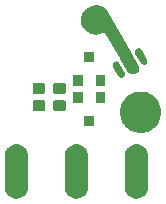
<source format=gbr>
G04 #@! TF.GenerationSoftware,KiCad,Pcbnew,5.0.1-33cea8e~68~ubuntu18.04.1*
G04 #@! TF.CreationDate,2018-11-19T14:12:30+01:00*
G04 #@! TF.ProjectId,Lulu_star_213,4C756C755F737461725F3231332E6B69,2.1.2*
G04 #@! TF.SameCoordinates,Original*
G04 #@! TF.FileFunction,Soldermask,Top*
G04 #@! TF.FilePolarity,Negative*
%FSLAX46Y46*%
G04 Gerber Fmt 4.6, Leading zero omitted, Abs format (unit mm)*
G04 Created by KiCad (PCBNEW 5.0.1-33cea8e~68~ubuntu18.04.1) date Mon 19 Nov 2018 02:12:30 PM CET*
%MOMM*%
%LPD*%
G01*
G04 APERTURE LIST*
%ADD10C,0.100000*%
G04 APERTURE END LIST*
D10*
G36*
X64968630Y-41898672D02*
X65084549Y-41921729D01*
X65175542Y-41959419D01*
X65175546Y-41959421D01*
X65266538Y-41997111D01*
X65348429Y-42051829D01*
X65348431Y-42051830D01*
X65348433Y-42051832D01*
X65430323Y-42106549D01*
X65499962Y-42176188D01*
X65499968Y-42176193D01*
X65499973Y-42176199D01*
X65569611Y-42245837D01*
X65624327Y-42327726D01*
X65624331Y-42327730D01*
X65624334Y-42327735D01*
X65679049Y-42409622D01*
X65716737Y-42500610D01*
X65716741Y-42500617D01*
X65716744Y-42500627D01*
X65754431Y-42591611D01*
X65773644Y-42688203D01*
X65773647Y-42688213D01*
X65773647Y-42688215D01*
X65792860Y-42784807D01*
X65792860Y-42883290D01*
X65792861Y-42883300D01*
X65792861Y-45483290D01*
X65792860Y-45483310D01*
X65792860Y-45581793D01*
X65773647Y-45678385D01*
X65773646Y-45678390D01*
X65754431Y-45774989D01*
X65716743Y-45865976D01*
X65716741Y-45865983D01*
X65716738Y-45865989D01*
X65679049Y-45956978D01*
X65624334Y-46038865D01*
X65624331Y-46038870D01*
X65624327Y-46038874D01*
X65569611Y-46120763D01*
X65499973Y-46190401D01*
X65499968Y-46190407D01*
X65499962Y-46190412D01*
X65430323Y-46260051D01*
X65266538Y-46369489D01*
X65084549Y-46444871D01*
X64968630Y-46467928D01*
X64891353Y-46483300D01*
X64694367Y-46483300D01*
X64617090Y-46467928D01*
X64501171Y-46444871D01*
X64319182Y-46369489D01*
X64155397Y-46260051D01*
X64085758Y-46190412D01*
X64085752Y-46190407D01*
X64085747Y-46190401D01*
X64016109Y-46120763D01*
X63961393Y-46038874D01*
X63961389Y-46038870D01*
X63961386Y-46038865D01*
X63906671Y-45956978D01*
X63868982Y-45865989D01*
X63868979Y-45865983D01*
X63868977Y-45865976D01*
X63831289Y-45774989D01*
X63812074Y-45678390D01*
X63812073Y-45678385D01*
X63792860Y-45581793D01*
X63792860Y-45483310D01*
X63792859Y-45483290D01*
X63792859Y-42883300D01*
X63792860Y-42883290D01*
X63792860Y-42784807D01*
X63812073Y-42688215D01*
X63812073Y-42688213D01*
X63812076Y-42688203D01*
X63831289Y-42591611D01*
X63868976Y-42500627D01*
X63868979Y-42500617D01*
X63868983Y-42500610D01*
X63906671Y-42409622D01*
X63961386Y-42327735D01*
X63961389Y-42327730D01*
X63961393Y-42327726D01*
X64016109Y-42245837D01*
X64085747Y-42176199D01*
X64085752Y-42176193D01*
X64085758Y-42176188D01*
X64155397Y-42106549D01*
X64237287Y-42051832D01*
X64237289Y-42051830D01*
X64237291Y-42051829D01*
X64319182Y-41997111D01*
X64410174Y-41959421D01*
X64410178Y-41959419D01*
X64501171Y-41921729D01*
X64617090Y-41898672D01*
X64694367Y-41883300D01*
X64891353Y-41883300D01*
X64968630Y-41898672D01*
X64968630Y-41898672D01*
G37*
G36*
X75128630Y-41898672D02*
X75244549Y-41921729D01*
X75335542Y-41959419D01*
X75335546Y-41959421D01*
X75426538Y-41997111D01*
X75508429Y-42051829D01*
X75508431Y-42051830D01*
X75508433Y-42051832D01*
X75590323Y-42106549D01*
X75659962Y-42176188D01*
X75659968Y-42176193D01*
X75659973Y-42176199D01*
X75729611Y-42245837D01*
X75784327Y-42327726D01*
X75784331Y-42327730D01*
X75784334Y-42327735D01*
X75839049Y-42409622D01*
X75876737Y-42500610D01*
X75876741Y-42500617D01*
X75876744Y-42500627D01*
X75914431Y-42591611D01*
X75933644Y-42688203D01*
X75933647Y-42688213D01*
X75933647Y-42688215D01*
X75952860Y-42784807D01*
X75952860Y-42883290D01*
X75952861Y-42883300D01*
X75952861Y-45483290D01*
X75952860Y-45483310D01*
X75952860Y-45581793D01*
X75933647Y-45678385D01*
X75933646Y-45678390D01*
X75914431Y-45774989D01*
X75876743Y-45865976D01*
X75876741Y-45865983D01*
X75876738Y-45865989D01*
X75839049Y-45956978D01*
X75784334Y-46038865D01*
X75784331Y-46038870D01*
X75784327Y-46038874D01*
X75729611Y-46120763D01*
X75659973Y-46190401D01*
X75659968Y-46190407D01*
X75659962Y-46190412D01*
X75590323Y-46260051D01*
X75426538Y-46369489D01*
X75244549Y-46444871D01*
X75128630Y-46467928D01*
X75051353Y-46483300D01*
X74854367Y-46483300D01*
X74777090Y-46467928D01*
X74661171Y-46444871D01*
X74479182Y-46369489D01*
X74315397Y-46260051D01*
X74245758Y-46190412D01*
X74245752Y-46190407D01*
X74245747Y-46190401D01*
X74176109Y-46120763D01*
X74121393Y-46038874D01*
X74121389Y-46038870D01*
X74121386Y-46038865D01*
X74066671Y-45956978D01*
X74028982Y-45865989D01*
X74028979Y-45865983D01*
X74028977Y-45865976D01*
X73991289Y-45774989D01*
X73972074Y-45678390D01*
X73972073Y-45678385D01*
X73952860Y-45581793D01*
X73952860Y-45483310D01*
X73952859Y-45483290D01*
X73952859Y-42883300D01*
X73952860Y-42883290D01*
X73952860Y-42784807D01*
X73972073Y-42688215D01*
X73972073Y-42688213D01*
X73972076Y-42688203D01*
X73991289Y-42591611D01*
X74028976Y-42500627D01*
X74028979Y-42500617D01*
X74028983Y-42500610D01*
X74066671Y-42409622D01*
X74121386Y-42327735D01*
X74121389Y-42327730D01*
X74121393Y-42327726D01*
X74176109Y-42245837D01*
X74245747Y-42176199D01*
X74245752Y-42176193D01*
X74245758Y-42176188D01*
X74315397Y-42106549D01*
X74397287Y-42051832D01*
X74397289Y-42051830D01*
X74397291Y-42051829D01*
X74479182Y-41997111D01*
X74570174Y-41959421D01*
X74570178Y-41959419D01*
X74661171Y-41921729D01*
X74777090Y-41898672D01*
X74854367Y-41883300D01*
X75051353Y-41883300D01*
X75128630Y-41898672D01*
X75128630Y-41898672D01*
G37*
G36*
X70048630Y-41898672D02*
X70164549Y-41921729D01*
X70255542Y-41959419D01*
X70255546Y-41959421D01*
X70346538Y-41997111D01*
X70428429Y-42051829D01*
X70428431Y-42051830D01*
X70428433Y-42051832D01*
X70510323Y-42106549D01*
X70579962Y-42176188D01*
X70579968Y-42176193D01*
X70579973Y-42176199D01*
X70649611Y-42245837D01*
X70704327Y-42327726D01*
X70704331Y-42327730D01*
X70704334Y-42327735D01*
X70759049Y-42409622D01*
X70796737Y-42500610D01*
X70796741Y-42500617D01*
X70796744Y-42500627D01*
X70834431Y-42591611D01*
X70853644Y-42688203D01*
X70853647Y-42688213D01*
X70853647Y-42688215D01*
X70872860Y-42784807D01*
X70872860Y-42883290D01*
X70872861Y-42883300D01*
X70872861Y-45483290D01*
X70872860Y-45483310D01*
X70872860Y-45581793D01*
X70853647Y-45678385D01*
X70853646Y-45678390D01*
X70834431Y-45774989D01*
X70796743Y-45865976D01*
X70796741Y-45865983D01*
X70796738Y-45865989D01*
X70759049Y-45956978D01*
X70704334Y-46038865D01*
X70704331Y-46038870D01*
X70704327Y-46038874D01*
X70649611Y-46120763D01*
X70579973Y-46190401D01*
X70579968Y-46190407D01*
X70579962Y-46190412D01*
X70510323Y-46260051D01*
X70346538Y-46369489D01*
X70164549Y-46444871D01*
X70048630Y-46467928D01*
X69971353Y-46483300D01*
X69774367Y-46483300D01*
X69697090Y-46467928D01*
X69581171Y-46444871D01*
X69399182Y-46369489D01*
X69235397Y-46260051D01*
X69165758Y-46190412D01*
X69165752Y-46190407D01*
X69165747Y-46190401D01*
X69096109Y-46120763D01*
X69041393Y-46038874D01*
X69041389Y-46038870D01*
X69041386Y-46038865D01*
X68986671Y-45956978D01*
X68948982Y-45865989D01*
X68948979Y-45865983D01*
X68948977Y-45865976D01*
X68911289Y-45774989D01*
X68892074Y-45678390D01*
X68892073Y-45678385D01*
X68872860Y-45581793D01*
X68872860Y-45483310D01*
X68872859Y-45483290D01*
X68872859Y-42883300D01*
X68872860Y-42883290D01*
X68872860Y-42784807D01*
X68892073Y-42688215D01*
X68892073Y-42688213D01*
X68892076Y-42688203D01*
X68911289Y-42591611D01*
X68948976Y-42500627D01*
X68948979Y-42500617D01*
X68948983Y-42500610D01*
X68986671Y-42409622D01*
X69041386Y-42327735D01*
X69041389Y-42327730D01*
X69041393Y-42327726D01*
X69096109Y-42245837D01*
X69165747Y-42176199D01*
X69165752Y-42176193D01*
X69165758Y-42176188D01*
X69235397Y-42106549D01*
X69317287Y-42051832D01*
X69317289Y-42051830D01*
X69317291Y-42051829D01*
X69399182Y-41997111D01*
X69490174Y-41959421D01*
X69490178Y-41959419D01*
X69581171Y-41921729D01*
X69697090Y-41898672D01*
X69774367Y-41883300D01*
X69971353Y-41883300D01*
X70048630Y-41898672D01*
X70048630Y-41898672D01*
G37*
G36*
X75822776Y-37504031D02*
X76141256Y-37635950D01*
X76427880Y-37827466D01*
X76671634Y-38071220D01*
X76863150Y-38357844D01*
X76995069Y-38676324D01*
X77062320Y-39014420D01*
X77062320Y-39359140D01*
X76995069Y-39697236D01*
X76863150Y-40015716D01*
X76671634Y-40302340D01*
X76427880Y-40546094D01*
X76141256Y-40737610D01*
X75822776Y-40869529D01*
X75484680Y-40936780D01*
X75139960Y-40936780D01*
X74801864Y-40869529D01*
X74483384Y-40737610D01*
X74196760Y-40546094D01*
X73953006Y-40302340D01*
X73761490Y-40015716D01*
X73629571Y-39697236D01*
X73562320Y-39359140D01*
X73562320Y-39014420D01*
X73629571Y-38676324D01*
X73761490Y-38357844D01*
X73953006Y-38071220D01*
X74196760Y-37827466D01*
X74483384Y-37635950D01*
X74801864Y-37504031D01*
X75139960Y-37436780D01*
X75484680Y-37436780D01*
X75822776Y-37504031D01*
X75822776Y-37504031D01*
G37*
G36*
X71352360Y-40378040D02*
X70552360Y-40378040D01*
X70552360Y-39478040D01*
X71352360Y-39478040D01*
X71352360Y-40378040D01*
X71352360Y-40378040D01*
G37*
G36*
X67078104Y-38157275D02*
X67110816Y-38167199D01*
X67140970Y-38183317D01*
X67167396Y-38205004D01*
X67189083Y-38231430D01*
X67205201Y-38261584D01*
X67215125Y-38294296D01*
X67219080Y-38334458D01*
X67219080Y-38922182D01*
X67215125Y-38962344D01*
X67205201Y-38995056D01*
X67189083Y-39025210D01*
X67167396Y-39051636D01*
X67140970Y-39073323D01*
X67110816Y-39089441D01*
X67078104Y-39099365D01*
X67037942Y-39103320D01*
X66350218Y-39103320D01*
X66310056Y-39099365D01*
X66277344Y-39089441D01*
X66247190Y-39073323D01*
X66220764Y-39051636D01*
X66199077Y-39025210D01*
X66182959Y-38995056D01*
X66173035Y-38962344D01*
X66169080Y-38922182D01*
X66169080Y-38334458D01*
X66173035Y-38294296D01*
X66182959Y-38261584D01*
X66199077Y-38231430D01*
X66220764Y-38205004D01*
X66247190Y-38183317D01*
X66277344Y-38167199D01*
X66310056Y-38157275D01*
X66350218Y-38153320D01*
X67037942Y-38153320D01*
X67078104Y-38157275D01*
X67078104Y-38157275D01*
G37*
G36*
X68828104Y-38157275D02*
X68860816Y-38167199D01*
X68890970Y-38183317D01*
X68917396Y-38205004D01*
X68939083Y-38231430D01*
X68955201Y-38261584D01*
X68965125Y-38294296D01*
X68969080Y-38334458D01*
X68969080Y-38922182D01*
X68965125Y-38962344D01*
X68955201Y-38995056D01*
X68939083Y-39025210D01*
X68917396Y-39051636D01*
X68890970Y-39073323D01*
X68860816Y-39089441D01*
X68828104Y-39099365D01*
X68787942Y-39103320D01*
X68100218Y-39103320D01*
X68060056Y-39099365D01*
X68027344Y-39089441D01*
X67997190Y-39073323D01*
X67970764Y-39051636D01*
X67949077Y-39025210D01*
X67932959Y-38995056D01*
X67923035Y-38962344D01*
X67919080Y-38922182D01*
X67919080Y-38334458D01*
X67923035Y-38294296D01*
X67932959Y-38261584D01*
X67949077Y-38231430D01*
X67970764Y-38205004D01*
X67997190Y-38183317D01*
X68027344Y-38167199D01*
X68060056Y-38157275D01*
X68100218Y-38153320D01*
X68787942Y-38153320D01*
X68828104Y-38157275D01*
X68828104Y-38157275D01*
G37*
G36*
X72302360Y-38378040D02*
X71502360Y-38378040D01*
X71502360Y-37478040D01*
X72302360Y-37478040D01*
X72302360Y-38378040D01*
X72302360Y-38378040D01*
G37*
G36*
X70402360Y-38378040D02*
X69602360Y-38378040D01*
X69602360Y-37478040D01*
X70402360Y-37478040D01*
X70402360Y-38378040D01*
X70402360Y-38378040D01*
G37*
G36*
X67078104Y-36694235D02*
X67110816Y-36704159D01*
X67140970Y-36720277D01*
X67167396Y-36741964D01*
X67189083Y-36768390D01*
X67205201Y-36798544D01*
X67215125Y-36831256D01*
X67219080Y-36871418D01*
X67219080Y-37459142D01*
X67215125Y-37499304D01*
X67205201Y-37532016D01*
X67189083Y-37562170D01*
X67167396Y-37588596D01*
X67140970Y-37610283D01*
X67110816Y-37626401D01*
X67078104Y-37636325D01*
X67037942Y-37640280D01*
X66350218Y-37640280D01*
X66310056Y-37636325D01*
X66277344Y-37626401D01*
X66247190Y-37610283D01*
X66220764Y-37588596D01*
X66199077Y-37562170D01*
X66182959Y-37532016D01*
X66173035Y-37499304D01*
X66169080Y-37459142D01*
X66169080Y-36871418D01*
X66173035Y-36831256D01*
X66182959Y-36798544D01*
X66199077Y-36768390D01*
X66220764Y-36741964D01*
X66247190Y-36720277D01*
X66277344Y-36704159D01*
X66310056Y-36694235D01*
X66350218Y-36690280D01*
X67037942Y-36690280D01*
X67078104Y-36694235D01*
X67078104Y-36694235D01*
G37*
G36*
X68828104Y-36694235D02*
X68860816Y-36704159D01*
X68890970Y-36720277D01*
X68917396Y-36741964D01*
X68939083Y-36768390D01*
X68955201Y-36798544D01*
X68965125Y-36831256D01*
X68969080Y-36871418D01*
X68969080Y-37459142D01*
X68965125Y-37499304D01*
X68955201Y-37532016D01*
X68939083Y-37562170D01*
X68917396Y-37588596D01*
X68890970Y-37610283D01*
X68860816Y-37626401D01*
X68828104Y-37636325D01*
X68787942Y-37640280D01*
X68100218Y-37640280D01*
X68060056Y-37636325D01*
X68027344Y-37626401D01*
X67997190Y-37610283D01*
X67970764Y-37588596D01*
X67949077Y-37562170D01*
X67932959Y-37532016D01*
X67923035Y-37499304D01*
X67919080Y-37459142D01*
X67919080Y-36871418D01*
X67923035Y-36831256D01*
X67932959Y-36798544D01*
X67949077Y-36768390D01*
X67970764Y-36741964D01*
X67997190Y-36720277D01*
X68027344Y-36704159D01*
X68060056Y-36694235D01*
X68100218Y-36690280D01*
X68787942Y-36690280D01*
X68828104Y-36694235D01*
X68828104Y-36694235D01*
G37*
G36*
X72302360Y-36958519D02*
X71502360Y-36958519D01*
X71502360Y-36058519D01*
X72302360Y-36058519D01*
X72302360Y-36958519D01*
X72302360Y-36958519D01*
G37*
G36*
X70402360Y-36958519D02*
X69602360Y-36958519D01*
X69602360Y-36058519D01*
X70402360Y-36058519D01*
X70402360Y-36958519D01*
X70402360Y-36958519D01*
G37*
G36*
X73315389Y-34879398D02*
X73315391Y-34879399D01*
X73315393Y-34879399D01*
X73330606Y-34885125D01*
X73370700Y-34900215D01*
X73420883Y-34931421D01*
X73443909Y-34952987D01*
X73464015Y-34971818D01*
X73489813Y-35007819D01*
X73954545Y-35812758D01*
X73972825Y-35853101D01*
X73982749Y-35895667D01*
X73986243Y-35910654D01*
X73988177Y-35969718D01*
X73978552Y-36028017D01*
X73957734Y-36083329D01*
X73931641Y-36125288D01*
X73926528Y-36133511D01*
X73886132Y-36176642D01*
X73886129Y-36176645D01*
X73838099Y-36211063D01*
X73784273Y-36235451D01*
X73784271Y-36235451D01*
X73784270Y-36235452D01*
X73726719Y-36248871D01*
X73724720Y-36248936D01*
X73667654Y-36250805D01*
X73620945Y-36243093D01*
X73609350Y-36241179D01*
X73589797Y-36233819D01*
X73554042Y-36220363D01*
X73503860Y-36189156D01*
X73490502Y-36176645D01*
X73460728Y-36148760D01*
X73434930Y-36112759D01*
X72970198Y-35307818D01*
X72951919Y-35267476D01*
X72951918Y-35267472D01*
X72938500Y-35209927D01*
X72936567Y-35150861D01*
X72946192Y-35092561D01*
X72946193Y-35092559D01*
X72946193Y-35092557D01*
X72953182Y-35073988D01*
X72967009Y-35037250D01*
X72998215Y-34987067D01*
X73038614Y-34943933D01*
X73086645Y-34909515D01*
X73107168Y-34900216D01*
X73140474Y-34885125D01*
X73148370Y-34883284D01*
X73198023Y-34871706D01*
X73253669Y-34869885D01*
X73257087Y-34869773D01*
X73257089Y-34869773D01*
X73315389Y-34879398D01*
X73315389Y-34879398D01*
G37*
G36*
X71709296Y-30131716D02*
X71721467Y-30133726D01*
X71944412Y-30193464D01*
X71955960Y-30197810D01*
X72162950Y-30299886D01*
X72173444Y-30306412D01*
X72356542Y-30446909D01*
X72365551Y-30455347D01*
X72517728Y-30628871D01*
X72524915Y-30638900D01*
X72550322Y-30682908D01*
X72564595Y-30702826D01*
X72575072Y-30712639D01*
X72574947Y-30712773D01*
X72583934Y-30721191D01*
X72583935Y-30721191D01*
X72583936Y-30721193D01*
X72583937Y-30721194D01*
X72587529Y-30726206D01*
X74511788Y-34059122D01*
X74514335Y-34064742D01*
X74517008Y-34076207D01*
X74524884Y-34099411D01*
X74530487Y-34110321D01*
X75129823Y-35148398D01*
X75163331Y-35222353D01*
X75173851Y-35267472D01*
X75187933Y-35327866D01*
X75191478Y-35436146D01*
X75173829Y-35543039D01*
X75135667Y-35644435D01*
X75078455Y-35736439D01*
X75052273Y-35764393D01*
X75004395Y-35815512D01*
X74951939Y-35853101D01*
X74916329Y-35878619D01*
X74817650Y-35923330D01*
X74817648Y-35923330D01*
X74817647Y-35923331D01*
X74731451Y-35943429D01*
X74712133Y-35947933D01*
X74603854Y-35951478D01*
X74496961Y-35933829D01*
X74435385Y-35910654D01*
X74395564Y-35895667D01*
X74303561Y-35838455D01*
X74224487Y-35764395D01*
X74224485Y-35764393D01*
X74177196Y-35698402D01*
X73577863Y-34660324D01*
X73563590Y-34640406D01*
X73555058Y-34631590D01*
X73546465Y-34623542D01*
X73542871Y-34618526D01*
X72302673Y-32470439D01*
X72288400Y-32450521D01*
X72270515Y-32433770D01*
X72249706Y-32420830D01*
X72226772Y-32412198D01*
X72202595Y-32408207D01*
X72178104Y-32409008D01*
X72154240Y-32414573D01*
X72131920Y-32424686D01*
X72030773Y-32483084D01*
X72019528Y-32488178D01*
X71800982Y-32562364D01*
X71794974Y-32563765D01*
X71794968Y-32563767D01*
X71794961Y-32563768D01*
X71788961Y-32565167D01*
X71560126Y-32595294D01*
X71553966Y-32595496D01*
X71553962Y-32595496D01*
X71547792Y-32595698D01*
X71317490Y-32580604D01*
X71305319Y-32578594D01*
X71082374Y-32518856D01*
X71070826Y-32514510D01*
X70863836Y-32412434D01*
X70853342Y-32405908D01*
X70670244Y-32265411D01*
X70661235Y-32256973D01*
X70509054Y-32083445D01*
X70501870Y-32073420D01*
X70386469Y-31873540D01*
X70381375Y-31862295D01*
X70307189Y-31643749D01*
X70305788Y-31637741D01*
X70305786Y-31637735D01*
X70305785Y-31637728D01*
X70304386Y-31631728D01*
X70274259Y-31402893D01*
X70273855Y-31390559D01*
X70288949Y-31160257D01*
X70290959Y-31148086D01*
X70350697Y-30925141D01*
X70355043Y-30913593D01*
X70457119Y-30706603D01*
X70463645Y-30696109D01*
X70604142Y-30513011D01*
X70612580Y-30504002D01*
X70786108Y-30351821D01*
X70796133Y-30344637D01*
X70996013Y-30229236D01*
X71007258Y-30224142D01*
X71225804Y-30149956D01*
X71231812Y-30148555D01*
X71231818Y-30148553D01*
X71231825Y-30148552D01*
X71237825Y-30147153D01*
X71466660Y-30117026D01*
X71472820Y-30116824D01*
X71472824Y-30116824D01*
X71478994Y-30116622D01*
X71709296Y-30131716D01*
X71709296Y-30131716D01*
G37*
G36*
X75220645Y-33779398D02*
X75220647Y-33779399D01*
X75220649Y-33779399D01*
X75235862Y-33785125D01*
X75275956Y-33800215D01*
X75326139Y-33831421D01*
X75349165Y-33852987D01*
X75369271Y-33871818D01*
X75395069Y-33907819D01*
X75859801Y-34712758D01*
X75878081Y-34753101D01*
X75891499Y-34810652D01*
X75891499Y-34810654D01*
X75893433Y-34869718D01*
X75883808Y-34928017D01*
X75883807Y-34928019D01*
X75883807Y-34928020D01*
X75880759Y-34936118D01*
X75862990Y-34983329D01*
X75836897Y-35025288D01*
X75831784Y-35033511D01*
X75791388Y-35076642D01*
X75791385Y-35076645D01*
X75743355Y-35111063D01*
X75689529Y-35135451D01*
X75689527Y-35135451D01*
X75689526Y-35135452D01*
X75631975Y-35148871D01*
X75629976Y-35148936D01*
X75572910Y-35150805D01*
X75526201Y-35143093D01*
X75514606Y-35141179D01*
X75495053Y-35133819D01*
X75459298Y-35120363D01*
X75409116Y-35089156D01*
X75395758Y-35076645D01*
X75365984Y-35048760D01*
X75340186Y-35012759D01*
X74875454Y-34207818D01*
X74857175Y-34167476D01*
X74857174Y-34167472D01*
X74843756Y-34109927D01*
X74841823Y-34050861D01*
X74851448Y-33992561D01*
X74851449Y-33992559D01*
X74851449Y-33992557D01*
X74858438Y-33973988D01*
X74872265Y-33937250D01*
X74903471Y-33887067D01*
X74943870Y-33843933D01*
X74991901Y-33809515D01*
X75012424Y-33800216D01*
X75045730Y-33785125D01*
X75053626Y-33783284D01*
X75103279Y-33771706D01*
X75158925Y-33769885D01*
X75162343Y-33769773D01*
X75162345Y-33769773D01*
X75220645Y-33779398D01*
X75220645Y-33779398D01*
G37*
G36*
X71352360Y-34958519D02*
X70552360Y-34958519D01*
X70552360Y-34058519D01*
X71352360Y-34058519D01*
X71352360Y-34958519D01*
X71352360Y-34958519D01*
G37*
M02*

</source>
